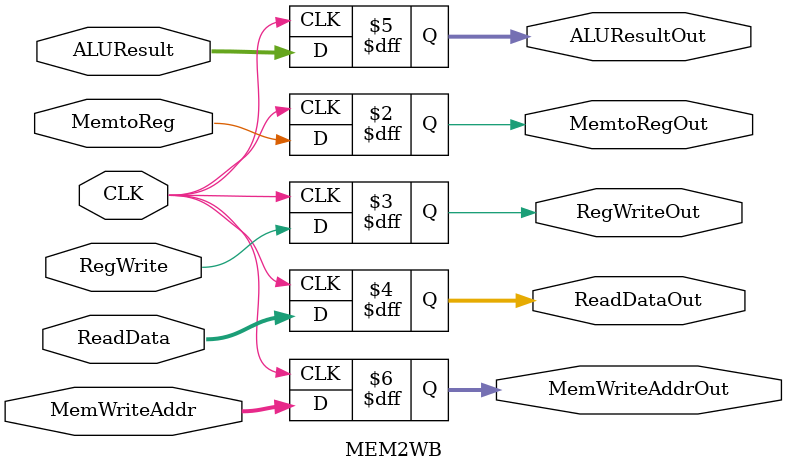
<source format=v>
`default_nettype wire

module MEM2WB(
    input wire CLK,
    
    input MemtoReg,
    output reg MemtoRegOut,

    input RegWrite,
    output reg RegWriteOut,

    input [31:0] ReadData,
    output reg [31:0] ReadDataOut,

    input [31:0] ALUResult,
    output reg [31:0] ALUResultOut,
    
    input [4:0] MemWriteAddr,
    output reg [4:0] MemWriteAddrOut
    );

    always @(posedge CLK) begin
        MemtoRegOut <= MemtoReg;
        RegWriteOut <= RegWrite;
        ReadDataOut <= ReadData;
        ALUResultOut <= ALUResult;
        MemWriteAddrOut <= MemWriteAddr;
    end
endmodule

</source>
